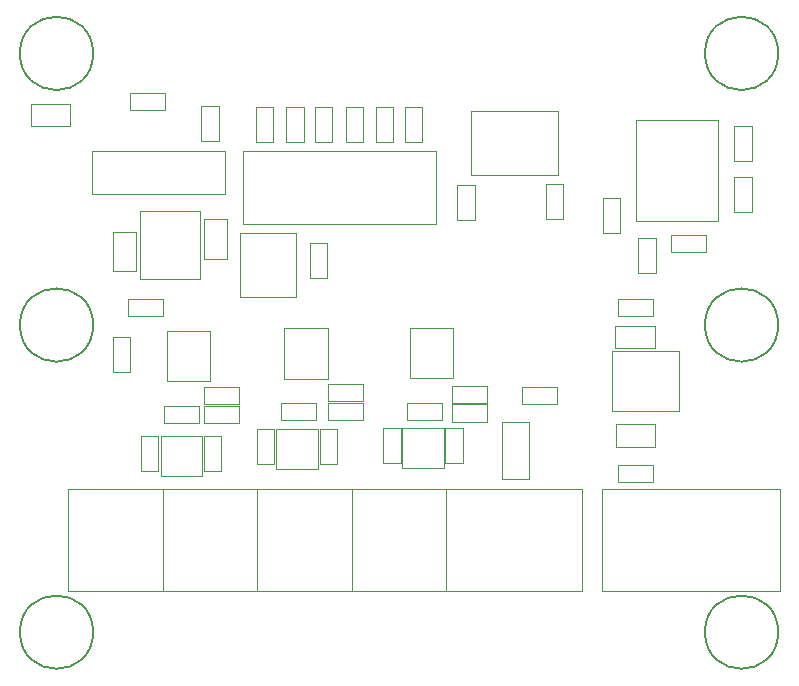
<source format=gbr>
G04 #@! TF.GenerationSoftware,KiCad,Pcbnew,(5.1.5-0-10_14)*
G04 #@! TF.CreationDate,2020-04-19T22:53:18-04:00*
G04 #@! TF.ProjectId,RPi-pHat-Thermocouple,5250692d-7048-4617-942d-546865726d6f,rev?*
G04 #@! TF.SameCoordinates,Original*
G04 #@! TF.FileFunction,Other,User*
%FSLAX46Y46*%
G04 Gerber Fmt 4.6, Leading zero omitted, Abs format (unit mm)*
G04 Created by KiCad (PCBNEW (5.1.5-0-10_14)) date 2020-04-19 22:53:18*
%MOMM*%
%LPD*%
G04 APERTURE LIST*
%ADD10C,0.050000*%
%ADD11C,0.150000*%
G04 APERTURE END LIST*
D10*
X31800000Y-42440000D02*
X48100000Y-42440000D01*
X48100000Y-42440000D02*
X48100000Y-36290000D01*
X48100000Y-36290000D02*
X31800000Y-36290000D01*
X31800000Y-36290000D02*
X31800000Y-42440000D01*
X65062500Y-42216000D02*
X71962500Y-42216000D01*
X65062500Y-33616000D02*
X71962500Y-33616000D01*
X65062500Y-42216000D02*
X65062500Y-33616000D01*
X71962500Y-42216000D02*
X71962500Y-33616000D01*
D11*
X77100000Y-77000000D02*
G75*
G03X77100000Y-77000000I-3100000J0D01*
G01*
X19100000Y-77000000D02*
G75*
G03X19100000Y-77000000I-3100000J0D01*
G01*
D10*
X28470000Y-63380000D02*
X28470000Y-60420000D01*
X29930000Y-63380000D02*
X28470000Y-63380000D01*
X29930000Y-60420000D02*
X29930000Y-63380000D01*
X28470000Y-60420000D02*
X29930000Y-60420000D01*
X77212500Y-64916000D02*
X62212500Y-64916000D01*
X77212500Y-73516000D02*
X77212500Y-64916000D01*
X62212500Y-73516000D02*
X77212500Y-73516000D01*
X62212500Y-64916000D02*
X62212500Y-73516000D01*
X58487500Y-38316000D02*
X58487500Y-32916000D01*
X58487500Y-32916000D02*
X51087500Y-32916000D01*
X51087500Y-32916000D02*
X51087500Y-38316000D01*
X51087500Y-38316000D02*
X58487500Y-38316000D01*
X60512500Y-64896000D02*
X49012500Y-64896000D01*
X60512500Y-73496000D02*
X60512500Y-64896000D01*
X49012500Y-73496000D02*
X60512500Y-73496000D01*
X49012500Y-64896000D02*
X49012500Y-73496000D01*
X49012500Y-64916000D02*
X41012500Y-64916000D01*
X49012500Y-73516000D02*
X49012500Y-64916000D01*
X41012500Y-73516000D02*
X49012500Y-73516000D01*
X41012500Y-64916000D02*
X41012500Y-73516000D01*
X41012500Y-64916000D02*
X33012500Y-64916000D01*
X41012500Y-73516000D02*
X41012500Y-64916000D01*
X33012500Y-73516000D02*
X41012500Y-73516000D01*
X33012500Y-64916000D02*
X33012500Y-73516000D01*
X33012500Y-64916000D02*
X25012500Y-64916000D01*
X33012500Y-73516000D02*
X33012500Y-64916000D01*
X25012500Y-73516000D02*
X33012500Y-73516000D01*
X25012500Y-64916000D02*
X25012500Y-73516000D01*
X25012500Y-64916000D02*
X17012500Y-64916000D01*
X25012500Y-73516000D02*
X25012500Y-64916000D01*
X17012500Y-73516000D02*
X25012500Y-73516000D01*
X17012500Y-64916000D02*
X17012500Y-73516000D01*
X13820000Y-32250000D02*
X17180000Y-32250000D01*
X13820000Y-34150000D02*
X13820000Y-32250000D01*
X17180000Y-34150000D02*
X13820000Y-34150000D01*
X17180000Y-32250000D02*
X17180000Y-34150000D01*
X28312500Y-60416000D02*
X28312500Y-63816000D01*
X28312500Y-63816000D02*
X24812500Y-63816000D01*
X24812500Y-63816000D02*
X24812500Y-60416000D01*
X24812500Y-60416000D02*
X28312500Y-60416000D01*
D11*
X19100000Y-51000000D02*
G75*
G03X19100000Y-51000000I-3100000J0D01*
G01*
X77100000Y-28000000D02*
G75*
G03X77100000Y-28000000I-3100000J0D01*
G01*
X77100000Y-51000000D02*
G75*
G03X77100000Y-51000000I-3100000J0D01*
G01*
X19100000Y-28000000D02*
G75*
G03X19100000Y-28000000I-3100000J0D01*
G01*
D10*
X28520000Y-56220000D02*
X31480000Y-56220000D01*
X28520000Y-57680000D02*
X28520000Y-56220000D01*
X31480000Y-57680000D02*
X28520000Y-57680000D01*
X31480000Y-56220000D02*
X31480000Y-57680000D01*
X28030000Y-57848000D02*
X28030000Y-59308000D01*
X28030000Y-59308000D02*
X25070000Y-59308000D01*
X25070000Y-59308000D02*
X25070000Y-57848000D01*
X25070000Y-57848000D02*
X28030000Y-57848000D01*
X37457500Y-47046000D02*
X37457500Y-44086000D01*
X38917500Y-47046000D02*
X37457500Y-47046000D01*
X38917500Y-44086000D02*
X38917500Y-47046000D01*
X37457500Y-44086000D02*
X38917500Y-44086000D01*
X39020000Y-55970000D02*
X41980000Y-55970000D01*
X39020000Y-57430000D02*
X39020000Y-55970000D01*
X41980000Y-57430000D02*
X39020000Y-57430000D01*
X41980000Y-55970000D02*
X41980000Y-57430000D01*
X37940000Y-57598000D02*
X37940000Y-59058000D01*
X37940000Y-59058000D02*
X34980000Y-59058000D01*
X34980000Y-59058000D02*
X34980000Y-57598000D01*
X34980000Y-57598000D02*
X37940000Y-57598000D01*
X49507500Y-56161000D02*
X52467500Y-56161000D01*
X49507500Y-57621000D02*
X49507500Y-56161000D01*
X52467500Y-57621000D02*
X49507500Y-57621000D01*
X52467500Y-56161000D02*
X52467500Y-57621000D01*
X48600000Y-57598000D02*
X48600000Y-59058000D01*
X48600000Y-59058000D02*
X45640000Y-59058000D01*
X45640000Y-59058000D02*
X45640000Y-57598000D01*
X45640000Y-57598000D02*
X48600000Y-57598000D01*
X31480000Y-59330000D02*
X28520000Y-59330000D01*
X31480000Y-57870000D02*
X31480000Y-59330000D01*
X28520000Y-57870000D02*
X31480000Y-57870000D01*
X28520000Y-59330000D02*
X28520000Y-57870000D01*
X39020000Y-59040000D02*
X39020000Y-57580000D01*
X39020000Y-57580000D02*
X41980000Y-57580000D01*
X41980000Y-57580000D02*
X41980000Y-59040000D01*
X41980000Y-59040000D02*
X39020000Y-59040000D01*
X52480000Y-59180000D02*
X49520000Y-59180000D01*
X52480000Y-57720000D02*
X52480000Y-59180000D01*
X49520000Y-57720000D02*
X52480000Y-57720000D01*
X49520000Y-59180000D02*
X49520000Y-57720000D01*
X28512500Y-45396000D02*
X28512500Y-42036000D01*
X30412500Y-45396000D02*
X28512500Y-45396000D01*
X30412500Y-42036000D02*
X30412500Y-45396000D01*
X28512500Y-42036000D02*
X30412500Y-42036000D01*
X20822500Y-43086000D02*
X22722500Y-43086000D01*
X22722500Y-43086000D02*
X22722500Y-46446000D01*
X22722500Y-46446000D02*
X20822500Y-46446000D01*
X20822500Y-46446000D02*
X20822500Y-43086000D01*
X58392500Y-56211000D02*
X58392500Y-57671000D01*
X58392500Y-57671000D02*
X55432500Y-57671000D01*
X55432500Y-57671000D02*
X55432500Y-56211000D01*
X55432500Y-56211000D02*
X58392500Y-56211000D01*
X25335000Y-55775000D02*
X29035000Y-55775000D01*
X25335000Y-51475000D02*
X29035000Y-51475000D01*
X25335000Y-55775000D02*
X25335000Y-51475000D01*
X29035000Y-55775000D02*
X29035000Y-51475000D01*
X31567500Y-48661000D02*
X31567500Y-43201000D01*
X31567500Y-48661000D02*
X36307500Y-48661000D01*
X36307500Y-43201000D02*
X31567500Y-43201000D01*
X36307500Y-43201000D02*
X36307500Y-48661000D01*
X38945000Y-55525000D02*
X38945000Y-51225000D01*
X35245000Y-55525000D02*
X35245000Y-51225000D01*
X35245000Y-51225000D02*
X38945000Y-51225000D01*
X35245000Y-55525000D02*
X38945000Y-55525000D01*
X45905000Y-55520000D02*
X49605000Y-55520000D01*
X45905000Y-51220000D02*
X49605000Y-51220000D01*
X45905000Y-55520000D02*
X45905000Y-51220000D01*
X49605000Y-55520000D02*
X49605000Y-51220000D01*
X23052500Y-41369800D02*
X28152500Y-41369800D01*
X23052500Y-41369800D02*
X23052500Y-47079800D01*
X28152500Y-47079800D02*
X28152500Y-41369800D01*
X28152500Y-47079800D02*
X23052500Y-47079800D01*
X23170000Y-60420000D02*
X24630000Y-60420000D01*
X24630000Y-60420000D02*
X24630000Y-63380000D01*
X24630000Y-63380000D02*
X23170000Y-63380000D01*
X23170000Y-63380000D02*
X23170000Y-60420000D01*
X38270000Y-62780000D02*
X38270000Y-59820000D01*
X39730000Y-62780000D02*
X38270000Y-62780000D01*
X39730000Y-59820000D02*
X39730000Y-62780000D01*
X38270000Y-59820000D02*
X39730000Y-59820000D01*
X32970000Y-59820000D02*
X34430000Y-59820000D01*
X34430000Y-59820000D02*
X34430000Y-62780000D01*
X34430000Y-62780000D02*
X32970000Y-62780000D01*
X32970000Y-62780000D02*
X32970000Y-59820000D01*
X48920000Y-62680000D02*
X48920000Y-59720000D01*
X50380000Y-62680000D02*
X48920000Y-62680000D01*
X50380000Y-59720000D02*
X50380000Y-62680000D01*
X48920000Y-59720000D02*
X50380000Y-59720000D01*
X43670000Y-59707500D02*
X45130000Y-59707500D01*
X45130000Y-59707500D02*
X45130000Y-62667500D01*
X45130000Y-62667500D02*
X43670000Y-62667500D01*
X43670000Y-62667500D02*
X43670000Y-59707500D01*
X38110000Y-59814000D02*
X38110000Y-63214000D01*
X38110000Y-63214000D02*
X34610000Y-63214000D01*
X34610000Y-63214000D02*
X34610000Y-59814000D01*
X34610000Y-59814000D02*
X38110000Y-59814000D01*
X45270000Y-59714000D02*
X48770000Y-59714000D01*
X45270000Y-63114000D02*
X45270000Y-59714000D01*
X48770000Y-63114000D02*
X45270000Y-63114000D01*
X48770000Y-59714000D02*
X48770000Y-63114000D01*
X73382500Y-34136000D02*
X74842500Y-34136000D01*
X74842500Y-34136000D02*
X74842500Y-37096000D01*
X74842500Y-37096000D02*
X73382500Y-37096000D01*
X73382500Y-37096000D02*
X73382500Y-34136000D01*
X70992500Y-44846000D02*
X68032500Y-44846000D01*
X70992500Y-43386000D02*
X70992500Y-44846000D01*
X68032500Y-43386000D02*
X70992500Y-43386000D01*
X68032500Y-44846000D02*
X68032500Y-43386000D01*
X65270000Y-43636000D02*
X66730000Y-43636000D01*
X66730000Y-43636000D02*
X66730000Y-46596000D01*
X66730000Y-46596000D02*
X65270000Y-46596000D01*
X65270000Y-46596000D02*
X65270000Y-43636000D01*
X74842500Y-38436000D02*
X74842500Y-41396000D01*
X73382500Y-38436000D02*
X74842500Y-38436000D01*
X73382500Y-41396000D02*
X73382500Y-38436000D01*
X74842500Y-41396000D02*
X73382500Y-41396000D01*
X57462500Y-42026000D02*
X57462500Y-39066000D01*
X58922500Y-42026000D02*
X57462500Y-42026000D01*
X58922500Y-39066000D02*
X58922500Y-42026000D01*
X57462500Y-39066000D02*
X58922500Y-39066000D01*
X49932500Y-39136000D02*
X51392500Y-39136000D01*
X51392500Y-39136000D02*
X51392500Y-42096000D01*
X51392500Y-42096000D02*
X49932500Y-42096000D01*
X49932500Y-42096000D02*
X49932500Y-39136000D01*
X55982500Y-64066000D02*
X53742500Y-64066000D01*
X53742500Y-64066000D02*
X53742500Y-59166000D01*
X53742500Y-59166000D02*
X55982500Y-59166000D01*
X55982500Y-59166000D02*
X55982500Y-64066000D01*
X63332500Y-61316000D02*
X63332500Y-59416000D01*
X63332500Y-59416000D02*
X66692500Y-59416000D01*
X66692500Y-59416000D02*
X66692500Y-61316000D01*
X66692500Y-61316000D02*
X63332500Y-61316000D01*
X66680000Y-52950000D02*
X63320000Y-52950000D01*
X66680000Y-51050000D02*
X66680000Y-52950000D01*
X63320000Y-51050000D02*
X66680000Y-51050000D01*
X63320000Y-52950000D02*
X63320000Y-51050000D01*
X63032500Y-58266000D02*
X63032500Y-53166000D01*
X63032500Y-58266000D02*
X68742500Y-58266000D01*
X68742500Y-53166000D02*
X63032500Y-53166000D01*
X68742500Y-53166000D02*
X68742500Y-58266000D01*
X19028000Y-39900000D02*
X30228000Y-39900000D01*
X30228000Y-39900000D02*
X30228000Y-36300000D01*
X30228000Y-36300000D02*
X19028000Y-36300000D01*
X19028000Y-36300000D02*
X19028000Y-39900000D01*
X32870000Y-35480000D02*
X32870000Y-32520000D01*
X34330000Y-35480000D02*
X32870000Y-35480000D01*
X34330000Y-32520000D02*
X34330000Y-35480000D01*
X32870000Y-32520000D02*
X34330000Y-32520000D01*
X37870000Y-35480000D02*
X37870000Y-32520000D01*
X39330000Y-35480000D02*
X37870000Y-35480000D01*
X39330000Y-32520000D02*
X39330000Y-35480000D01*
X37870000Y-32520000D02*
X39330000Y-32520000D01*
X43070000Y-35480000D02*
X43070000Y-32520000D01*
X44530000Y-35480000D02*
X43070000Y-35480000D01*
X44530000Y-32520000D02*
X44530000Y-35480000D01*
X43070000Y-32520000D02*
X44530000Y-32520000D01*
X35470000Y-32520000D02*
X36930000Y-32520000D01*
X36930000Y-32520000D02*
X36930000Y-35480000D01*
X36930000Y-35480000D02*
X35470000Y-35480000D01*
X35470000Y-35480000D02*
X35470000Y-32520000D01*
X40470000Y-32520000D02*
X41930000Y-32520000D01*
X41930000Y-32520000D02*
X41930000Y-35480000D01*
X41930000Y-35480000D02*
X40470000Y-35480000D01*
X40470000Y-35480000D02*
X40470000Y-32520000D01*
X45470000Y-32520000D02*
X46930000Y-32520000D01*
X46930000Y-32520000D02*
X46930000Y-35480000D01*
X46930000Y-35480000D02*
X45470000Y-35480000D01*
X45470000Y-35480000D02*
X45470000Y-32520000D01*
X29730000Y-32420000D02*
X29730000Y-35380000D01*
X28270000Y-32420000D02*
X29730000Y-32420000D01*
X28270000Y-35380000D02*
X28270000Y-32420000D01*
X29730000Y-35380000D02*
X28270000Y-35380000D01*
X25180000Y-31370000D02*
X25180000Y-32830000D01*
X25180000Y-32830000D02*
X22220000Y-32830000D01*
X22220000Y-32830000D02*
X22220000Y-31370000D01*
X22220000Y-31370000D02*
X25180000Y-31370000D01*
X66480000Y-62820000D02*
X66480000Y-64280000D01*
X66480000Y-64280000D02*
X63520000Y-64280000D01*
X63520000Y-64280000D02*
X63520000Y-62820000D01*
X63520000Y-62820000D02*
X66480000Y-62820000D01*
X66492500Y-50230000D02*
X63532500Y-50230000D01*
X66492500Y-48770000D02*
X66492500Y-50230000D01*
X63532500Y-48770000D02*
X66492500Y-48770000D01*
X63532500Y-50230000D02*
X63532500Y-48770000D01*
X22020000Y-50230000D02*
X22020000Y-48770000D01*
X22020000Y-48770000D02*
X24980000Y-48770000D01*
X24980000Y-48770000D02*
X24980000Y-50230000D01*
X24980000Y-50230000D02*
X22020000Y-50230000D01*
X62270000Y-43230000D02*
X62270000Y-40270000D01*
X63730000Y-43230000D02*
X62270000Y-43230000D01*
X63730000Y-40270000D02*
X63730000Y-43230000D01*
X62270000Y-40270000D02*
X63730000Y-40270000D01*
X22230000Y-54980000D02*
X20770000Y-54980000D01*
X20770000Y-54980000D02*
X20770000Y-52020000D01*
X20770000Y-52020000D02*
X22230000Y-52020000D01*
X22230000Y-52020000D02*
X22230000Y-54980000D01*
M02*

</source>
